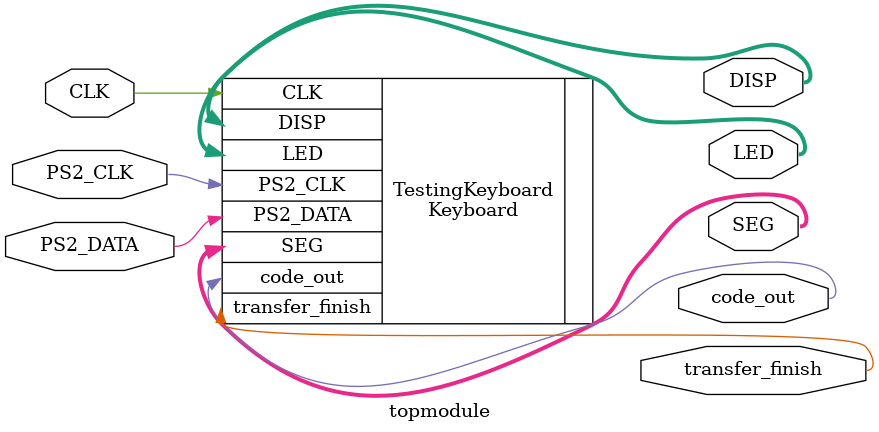
<source format=v>
`timescale 1ns / 1ps
module topmodule(
	input CLK,		// fpga clock jele
	input PS2_CLK,		//billentyûzet clock jele
	input PS2_DATA,	
	output [7:0] LED,	//debug-ra kimenet
	output [6:0] SEG,	
	output [3:0] DISP,
	output transfer_finish,
	output code_out
    );
Keyboard TestingKeyboard (
							.CLK(CLK),
							.PS2_CLK(PS2_CLK), 
							.PS2_DATA(PS2_DATA),
							.SEG(SEG),
							.DISP(DISP),
							.LED(LED),
							.transfer_finish(transfer_finish),
							.code_out(code_out)
							);
endmodule

</source>
